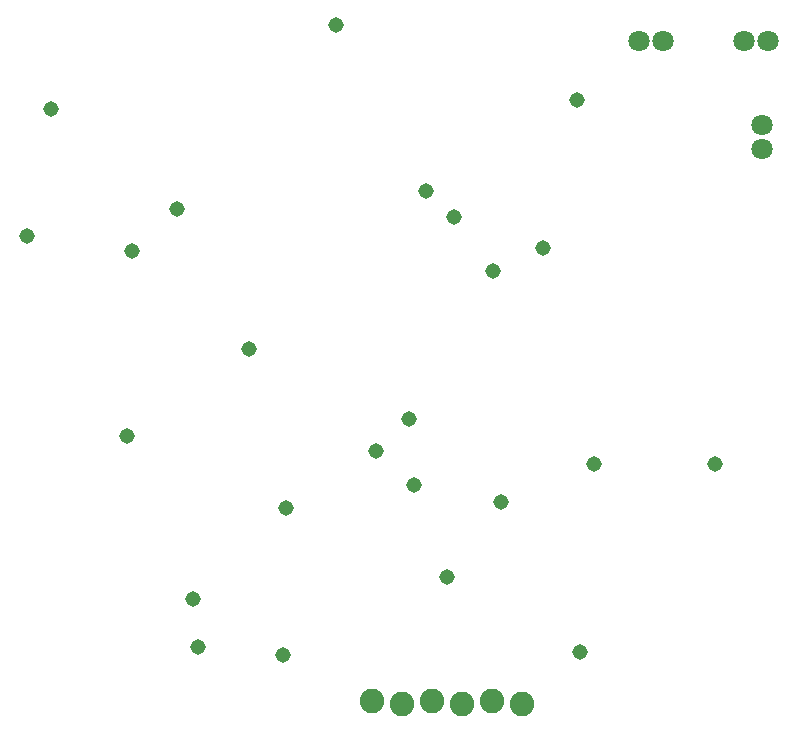
<source format=gbs>
G75*
%MOIN*%
%OFA0B0*%
%FSLAX25Y25*%
%IPPOS*%
%LPD*%
%AMOC8*
5,1,8,0,0,1.08239X$1,22.5*
%
%ADD10C,0.07099*%
%ADD11C,0.08200*%
%ADD12C,0.05162*%
D10*
X0357287Y0291685D03*
X0357287Y0299559D03*
X0359059Y0327787D03*
X0351185Y0327787D03*
X0324059Y0327787D03*
X0316185Y0327787D03*
D11*
X0277122Y0106622D03*
X0267122Y0107622D03*
X0257122Y0106622D03*
X0247122Y0107622D03*
X0237122Y0106622D03*
X0227122Y0107622D03*
D12*
X0167622Y0141622D03*
X0169122Y0125622D03*
X0197622Y0123122D03*
X0198622Y0172122D03*
X0228622Y0191122D03*
X0239622Y0201622D03*
X0241122Y0179622D03*
X0270122Y0174122D03*
X0252122Y0149122D03*
X0296622Y0124122D03*
X0301122Y0186622D03*
X0341622Y0186622D03*
X0267622Y0251122D03*
X0284122Y0258622D03*
X0254622Y0269122D03*
X0245122Y0277622D03*
X0295622Y0308122D03*
X0215122Y0333122D03*
X0162122Y0271622D03*
X0147122Y0257622D03*
X0112122Y0262622D03*
X0120122Y0305122D03*
X0186122Y0225122D03*
X0145622Y0196122D03*
M02*

</source>
